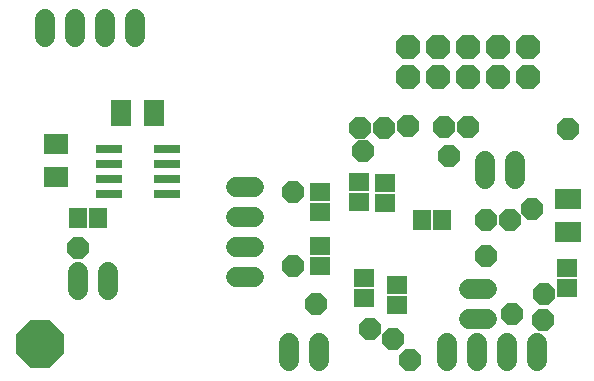
<source format=gbs>
G75*
G70*
%OFA0B0*%
%FSLAX24Y24*%
%IPPOS*%
%LPD*%
%AMOC8*
5,1,8,0,0,1.08239X$1,22.5*
%
%ADD10R,0.0867X0.0710*%
%ADD11R,0.0671X0.0592*%
%ADD12OC8,0.0820*%
%ADD13R,0.0860X0.0300*%
%ADD14R,0.0710X0.0867*%
%ADD15R,0.0789X0.0710*%
%ADD16C,0.0680*%
%ADD17R,0.0592X0.0671*%
%ADD18OC8,0.0740*%
%ADD19OC8,0.1580*%
D10*
X020223Y006487D03*
X020223Y007589D03*
D11*
X020204Y005267D03*
X020204Y004597D03*
X014526Y004715D03*
X014526Y004046D03*
X013432Y004274D03*
X013432Y004944D03*
X011963Y005337D03*
X011963Y006007D03*
X011960Y007137D03*
X011960Y007806D03*
X013263Y008137D03*
X014133Y008125D03*
X014133Y007456D03*
X013263Y007467D03*
D12*
X014897Y011645D03*
X015897Y011645D03*
X016897Y011645D03*
X017897Y011645D03*
X018897Y011645D03*
X018897Y012645D03*
X017897Y012645D03*
X016897Y012645D03*
X015897Y012645D03*
X014897Y012645D03*
D13*
X006863Y009245D03*
X006863Y008745D03*
X006863Y008245D03*
X006863Y007745D03*
X004923Y007745D03*
X004923Y008245D03*
X004923Y008745D03*
X004923Y009245D03*
D14*
X005349Y010436D03*
X006452Y010436D03*
D15*
X003160Y009404D03*
X003160Y008302D03*
D16*
X003920Y005137D02*
X003920Y004537D01*
X004920Y004537D02*
X004920Y005137D01*
X009160Y004963D02*
X009760Y004963D01*
X009760Y005963D02*
X009160Y005963D01*
X009160Y006963D02*
X009760Y006963D01*
X009760Y007963D02*
X009160Y007963D01*
X016943Y004582D02*
X017543Y004582D01*
X017543Y003582D02*
X016943Y003582D01*
X017215Y002771D02*
X017215Y002171D01*
X016215Y002171D02*
X016215Y002771D01*
X018215Y002771D02*
X018215Y002171D01*
X019215Y002171D02*
X019215Y002771D01*
X011936Y002767D02*
X011936Y002167D01*
X010936Y002167D02*
X010936Y002767D01*
X017456Y008250D02*
X017456Y008850D01*
X018456Y008850D02*
X018456Y008250D01*
X005802Y012978D02*
X005802Y013578D01*
X004802Y013578D02*
X004802Y012978D01*
X003802Y012978D02*
X003802Y013578D01*
X002802Y013578D02*
X002802Y012978D01*
D17*
X003916Y006956D03*
X004586Y006956D03*
X015369Y006885D03*
X016038Y006885D03*
D18*
X017519Y006885D03*
X018298Y006877D03*
X019042Y007235D03*
X017499Y005668D03*
X019432Y004416D03*
X019408Y003542D03*
X018361Y003731D03*
X014956Y002215D03*
X014420Y002916D03*
X013645Y003243D03*
X011826Y004089D03*
X011074Y005337D03*
X011074Y007814D03*
X013404Y009188D03*
X013294Y009952D03*
X014121Y009940D03*
X014916Y010003D03*
X016093Y009971D03*
X016893Y009971D03*
X016274Y009015D03*
X020235Y009924D03*
X003912Y005952D03*
D19*
X002633Y002759D03*
M02*

</source>
